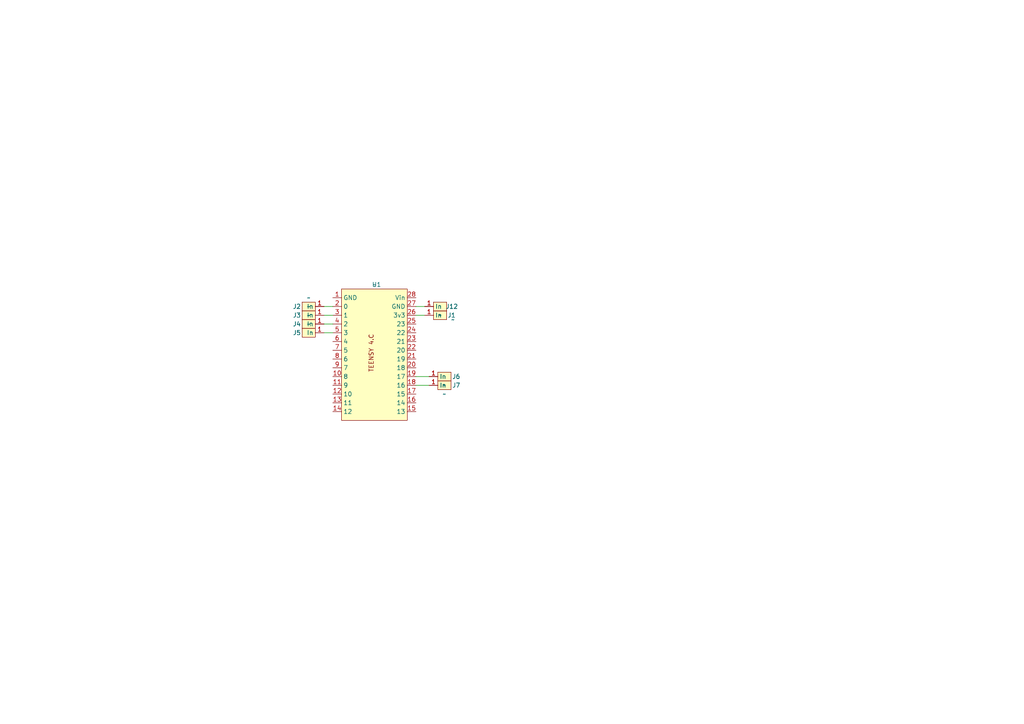
<source format=kicad_sch>
(kicad_sch (version 20250114) (generator "eeschema") (generator_version "9.0")
  (paper "A4")
  (lib_symbols
    (symbol "Teensy:Lug_Terminal"
      (property "Reference" "J" (at 0 2.286 0))
      (symbol "Lug_Terminal_1_1"
        (rectangle (start -1.27 1.27) (end 2.54 -1.27) (fill (type background)))
        (pin input line (at -3.81 0 0) (length 2.54) (name "In") (number "1"))
      )
    )
    (symbol "Teensy:Teensy_14pin"
      (property "Reference" "U" (at -0.762 19.812 0))
      (symbol "Teensy_14pin_1_1"
        (rectangle (start -10.16 19.05) (end 8.89 -19.05) (fill (type background)))
        (text "TEENSY 4.C" (at -1.524 0.508 900) (effects (font (size 1.27 1.27))))
        (pin input line (at -12.7 16.51 0) (length 2.54) (name "GND") (number "1"))
        (pin input line (at -12.7 13.97 0) (length 2.54) (name "0") (number "2"))
        (pin input line (at -12.7 11.43 0) (length 2.54) (name "1") (number "3"))
        (pin input line (at -12.7 8.89 0) (length 2.54) (name "2") (number "4"))
        (pin input line (at -12.7 6.35 0) (length 2.54) (name "3") (number "5"))
        (pin input line (at -12.7 3.81 0) (length 2.54) (name "4") (number "6"))
        (pin input line (at -12.7 1.27 0) (length 2.54) (name "5") (number "7"))
        (pin input line (at -12.7 -1.27 0) (length 2.54) (name "6") (number "8"))
        (pin input line (at -12.7 -3.81 0) (length 2.54) (name "7") (number "9"))
        (pin input line (at -12.7 -6.35 0) (length 2.54) (name "8") (number "10"))
        (pin input line (at -12.7 -8.89 0) (length 2.54) (name "9") (number "11"))
        (pin input line (at -12.7 -11.43 0) (length 2.54) (name "10") (number "12"))
        (pin input line (at -12.7 -13.97 0) (length 2.54) (name "11") (number "13"))
        (pin input line (at -12.7 -16.51 0) (length 2.54) (name "12") (number "14"))
        (pin input line (at 11.43 16.51 180) (length 2.54) (name "Vin") (number "28"))
        (pin input line (at 11.43 13.97 180) (length 2.54) (name "GND") (number "27"))
        (pin input line (at 11.43 11.43 180) (length 2.54) (name "3v3") (number "26"))
        (pin input line (at 11.43 8.89 180) (length 2.54) (name "23") (number "25"))
        (pin input line (at 11.43 6.35 180) (length 2.54) (name "22") (number "24"))
        (pin input line (at 11.43 3.81 180) (length 2.54) (name "21") (number "23"))
        (pin input line (at 11.43 1.27 180) (length 2.54) (name "20") (number "22"))
        (pin input line (at 11.43 -1.27 180) (length 2.54) (name "19") (number "21"))
        (pin input line (at 11.43 -3.81 180) (length 2.54) (name "18") (number "20"))
        (pin input line (at 11.43 -6.35 180) (length 2.54) (name "17") (number "19"))
        (pin input line (at 11.43 -8.89 180) (length 2.54) (name "16") (number "18"))
        (pin input line (at 11.43 -11.43 180) (length 2.54) (name "15") (number "17"))
        (pin input line (at 11.43 -13.97 180) (length 2.54) (name "14") (number "16"))
        (pin input line (at 11.43 -16.51 180) (length 2.54) (name "13") (number "15"))
      )
    )
  )
  (wire (pts (xy 120.65 91.44) (xy 123.19 91.44)))
  (wire (pts (xy 93.98 91.44) (xy 96.52 91.44)))
  (wire (pts (xy 120.65 109.22) (xy 124.46 109.22)))
  (wire (pts (xy 93.98 88.9) (xy 96.52 88.9)))
  (wire (pts (xy 93.98 96.52) (xy 96.52 96.52)))
  (wire (pts (xy 93.98 93.98) (xy 96.52 93.98)))
  (wire (pts (xy 120.65 88.9) (xy 123.19 88.9)))
  (wire (pts (xy 120.65 111.76) (xy 124.46 111.76)))
  (symbol (lib_id "Teensy:Lug_Terminal") (at 127 91.44 0) (unit 1)
    (property "Reference" "J1" (at 129.794 91.44 0) (effects (justify left)))
    (property "Value" "~" (at 130.81 92.71 0) (effects (justify left)))
    (property "Footprint" "Teensy:Lug_Terminal" (effects (hide yes)))
  )
  (symbol (lib_id "Teensy:Lug_Terminal") (at 90.17 88.9 180) (unit 1)
    (property "Reference" "J2" (at 86.106 88.9 0))
    (property "Value" "~" (at 89.535 86.36 0))
    (property "Footprint" "Teensy:Lug_Terminal" (effects (hide yes)))
  )
  (symbol (lib_id "Teensy:Lug_Terminal") (at 128.27 111.76 0) (unit 1)
    (property "Reference" "J7" (at 132.334 111.76 0))
    (property "Value" "~" (at 128.905 114.3 0))
    (property "Footprint" "Teensy:Lug_Terminal" (effects (hide yes)))
  )
  (symbol (lib_id "Teensy:Lug_Terminal") (at 90.17 91.44 180) (unit 1)
    (property "Reference" "J3" (at 86.106 91.44 0))
    (property "Value" "~" (at 89.535 88.9 0))
    (property "Footprint" "Teensy:Lug_Terminal" (effects (hide yes)))
  )
  (symbol (lib_id "Teensy:Lug_Terminal") (at 128.27 109.22 0) (unit 1)
    (property "Reference" "J6" (at 132.334 109.22 0))
    (property "Value" "~" (at 128.905 111.76 0))
    (property "Footprint" "Teensy:Lug_Terminal" (effects (hide yes)))
  )
  (symbol (lib_id "Teensy:Lug_Terminal") (at 90.17 93.98 180) (unit 1)
    (property "Reference" "J4" (at 86.106 93.98 0))
    (property "Value" "~" (at 89.535 91.44 0))
    (property "Footprint" "Teensy:Lug_Terminal" (effects (hide yes)))
  )
  (symbol (lib_id "Teensy:Teensy_14pin") (at 109.22 102.87 0) (unit 1)
    (property "Reference" "U1" (at 109.22 82.55 0))
    (property "Value" "~" (at 108.585 82.55 0))
    (property "Footprint" "Teensy:Teensy_14pin" (effects (hide yes)))
  )
  (symbol (lib_id "Teensy:Lug_Terminal") (at 127 88.9 0) (unit 1)
    (property "Reference" "J12" (at 131.064 88.9 0))
    (property "Value" "~" (at 127.635 91.44 0))
    (property "Footprint" "Teensy:Lug_Terminal" (effects (hide yes)))
  )
  (symbol (lib_id "Teensy:Lug_Terminal") (at 90.17 96.52 180) (unit 1)
    (property "Reference" "J5" (at 86.106 96.52 0))
    (property "Value" "~" (at 89.535 93.98 0))
    (property "Footprint" "Teensy:Lug_Terminal" (effects (hide yes)))
  )
)
</source>
